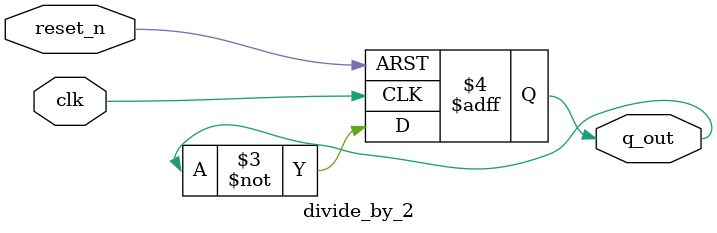
<source format=v>
`timescale 1ns / 1ps


module divide_by_2(
    input clk,
    input reset_n,
    output reg q_out
    );
    
    always @(negedge clk, negedge reset_n)
      begin
            if(!reset_n)
                q_out <=1'b0;
            else
                q_out <= ~q_out;
      end
endmodule

</source>
